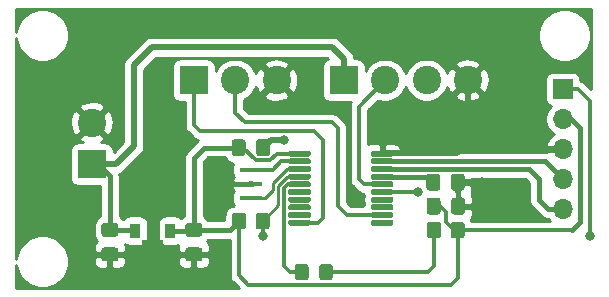
<source format=gbr>
%TF.GenerationSoftware,KiCad,Pcbnew,(5.1.9)-1*%
%TF.CreationDate,2021-07-20T15:51:08-07:00*%
%TF.ProjectId,Wie to serial,57696520-746f-4207-9365-7269616c2e6b,rev?*%
%TF.SameCoordinates,Original*%
%TF.FileFunction,Copper,L1,Top*%
%TF.FilePolarity,Positive*%
%FSLAX46Y46*%
G04 Gerber Fmt 4.6, Leading zero omitted, Abs format (unit mm)*
G04 Created by KiCad (PCBNEW (5.1.9)-1) date 2021-07-20 15:51:08*
%MOMM*%
%LPD*%
G01*
G04 APERTURE LIST*
%TA.AperFunction,ComponentPad*%
%ADD10R,2.400000X2.400000*%
%TD*%
%TA.AperFunction,ComponentPad*%
%ADD11C,2.400000*%
%TD*%
%TA.AperFunction,ComponentPad*%
%ADD12R,1.700000X1.700000*%
%TD*%
%TA.AperFunction,ComponentPad*%
%ADD13O,1.700000X1.700000*%
%TD*%
%TA.AperFunction,SMDPad,CuDef*%
%ADD14R,0.900000X1.300000*%
%TD*%
%TA.AperFunction,SMDPad,CuDef*%
%ADD15C,0.100000*%
%TD*%
%TA.AperFunction,SMDPad,CuDef*%
%ADD16R,1.900000X0.400000*%
%TD*%
%TA.AperFunction,ViaPad*%
%ADD17C,0.800000*%
%TD*%
%TA.AperFunction,Conductor*%
%ADD18C,0.381000*%
%TD*%
%TA.AperFunction,Conductor*%
%ADD19C,0.508000*%
%TD*%
%TA.AperFunction,Conductor*%
%ADD20C,0.250000*%
%TD*%
%TA.AperFunction,Conductor*%
%ADD21C,0.304800*%
%TD*%
%TA.AperFunction,Conductor*%
%ADD22C,0.254000*%
%TD*%
%TA.AperFunction,Conductor*%
%ADD23C,0.100000*%
%TD*%
G04 APERTURE END LIST*
%TO.P,U2,1*%
%TO.N,+5V*%
%TA.AperFunction,SMDPad,CuDef*%
G36*
G01*
X148712000Y-83052000D02*
X148712000Y-82802000D01*
G75*
G02*
X148837000Y-82677000I125000J0D01*
G01*
X150487000Y-82677000D01*
G75*
G02*
X150612000Y-82802000I0J-125000D01*
G01*
X150612000Y-83052000D01*
G75*
G02*
X150487000Y-83177000I-125000J0D01*
G01*
X148837000Y-83177000D01*
G75*
G02*
X148712000Y-83052000I0J125000D01*
G01*
G37*
%TD.AperFunction*%
%TO.P,U2,2*%
%TO.N,Net-(U2-Pad2)*%
%TA.AperFunction,SMDPad,CuDef*%
G36*
G01*
X148712000Y-83702000D02*
X148712000Y-83452000D01*
G75*
G02*
X148837000Y-83327000I125000J0D01*
G01*
X150487000Y-83327000D01*
G75*
G02*
X150612000Y-83452000I0J-125000D01*
G01*
X150612000Y-83702000D01*
G75*
G02*
X150487000Y-83827000I-125000J0D01*
G01*
X148837000Y-83827000D01*
G75*
G02*
X148712000Y-83702000I0J125000D01*
G01*
G37*
%TD.AperFunction*%
%TO.P,U2,3*%
%TO.N,Net-(U2-Pad3)*%
%TA.AperFunction,SMDPad,CuDef*%
G36*
G01*
X148712000Y-84352000D02*
X148712000Y-84102000D01*
G75*
G02*
X148837000Y-83977000I125000J0D01*
G01*
X150487000Y-83977000D01*
G75*
G02*
X150612000Y-84102000I0J-125000D01*
G01*
X150612000Y-84352000D01*
G75*
G02*
X150487000Y-84477000I-125000J0D01*
G01*
X148837000Y-84477000D01*
G75*
G02*
X148712000Y-84352000I0J125000D01*
G01*
G37*
%TD.AperFunction*%
%TO.P,U2,4*%
%TO.N,MCLR*%
%TA.AperFunction,SMDPad,CuDef*%
G36*
G01*
X148712000Y-85002000D02*
X148712000Y-84752000D01*
G75*
G02*
X148837000Y-84627000I125000J0D01*
G01*
X150487000Y-84627000D01*
G75*
G02*
X150612000Y-84752000I0J-125000D01*
G01*
X150612000Y-85002000D01*
G75*
G02*
X150487000Y-85127000I-125000J0D01*
G01*
X148837000Y-85127000D01*
G75*
G02*
X148712000Y-85002000I0J125000D01*
G01*
G37*
%TD.AperFunction*%
%TO.P,U2,5*%
%TO.N,LED*%
%TA.AperFunction,SMDPad,CuDef*%
G36*
G01*
X148712000Y-85652000D02*
X148712000Y-85402000D01*
G75*
G02*
X148837000Y-85277000I125000J0D01*
G01*
X150487000Y-85277000D01*
G75*
G02*
X150612000Y-85402000I0J-125000D01*
G01*
X150612000Y-85652000D01*
G75*
G02*
X150487000Y-85777000I-125000J0D01*
G01*
X148837000Y-85777000D01*
G75*
G02*
X148712000Y-85652000I0J125000D01*
G01*
G37*
%TD.AperFunction*%
%TO.P,U2,6*%
%TO.N,Net-(U2-Pad6)*%
%TA.AperFunction,SMDPad,CuDef*%
G36*
G01*
X148712000Y-86302000D02*
X148712000Y-86052000D01*
G75*
G02*
X148837000Y-85927000I125000J0D01*
G01*
X150487000Y-85927000D01*
G75*
G02*
X150612000Y-86052000I0J-125000D01*
G01*
X150612000Y-86302000D01*
G75*
G02*
X150487000Y-86427000I-125000J0D01*
G01*
X148837000Y-86427000D01*
G75*
G02*
X148712000Y-86302000I0J125000D01*
G01*
G37*
%TD.AperFunction*%
%TO.P,U2,7*%
%TO.N,Net-(U2-Pad7)*%
%TA.AperFunction,SMDPad,CuDef*%
G36*
G01*
X148712000Y-86952000D02*
X148712000Y-86702000D01*
G75*
G02*
X148837000Y-86577000I125000J0D01*
G01*
X150487000Y-86577000D01*
G75*
G02*
X150612000Y-86702000I0J-125000D01*
G01*
X150612000Y-86952000D01*
G75*
G02*
X150487000Y-87077000I-125000J0D01*
G01*
X148837000Y-87077000D01*
G75*
G02*
X148712000Y-86952000I0J125000D01*
G01*
G37*
%TD.AperFunction*%
%TO.P,U2,8*%
%TO.N,Net-(U2-Pad8)*%
%TA.AperFunction,SMDPad,CuDef*%
G36*
G01*
X148712000Y-87602000D02*
X148712000Y-87352000D01*
G75*
G02*
X148837000Y-87227000I125000J0D01*
G01*
X150487000Y-87227000D01*
G75*
G02*
X150612000Y-87352000I0J-125000D01*
G01*
X150612000Y-87602000D01*
G75*
G02*
X150487000Y-87727000I-125000J0D01*
G01*
X148837000Y-87727000D01*
G75*
G02*
X148712000Y-87602000I0J125000D01*
G01*
G37*
%TD.AperFunction*%
%TO.P,U2,9*%
%TO.N,Net-(U2-Pad9)*%
%TA.AperFunction,SMDPad,CuDef*%
G36*
G01*
X148712000Y-88252000D02*
X148712000Y-88002000D01*
G75*
G02*
X148837000Y-87877000I125000J0D01*
G01*
X150487000Y-87877000D01*
G75*
G02*
X150612000Y-88002000I0J-125000D01*
G01*
X150612000Y-88252000D01*
G75*
G02*
X150487000Y-88377000I-125000J0D01*
G01*
X148837000Y-88377000D01*
G75*
G02*
X148712000Y-88252000I0J125000D01*
G01*
G37*
%TD.AperFunction*%
%TO.P,U2,10*%
%TO.N,TXD*%
%TA.AperFunction,SMDPad,CuDef*%
G36*
G01*
X148712000Y-88902000D02*
X148712000Y-88652000D01*
G75*
G02*
X148837000Y-88527000I125000J0D01*
G01*
X150487000Y-88527000D01*
G75*
G02*
X150612000Y-88652000I0J-125000D01*
G01*
X150612000Y-88902000D01*
G75*
G02*
X150487000Y-89027000I-125000J0D01*
G01*
X148837000Y-89027000D01*
G75*
G02*
X148712000Y-88902000I0J125000D01*
G01*
G37*
%TD.AperFunction*%
%TO.P,U2,11*%
%TO.N,Net-(U2-Pad11)*%
%TA.AperFunction,SMDPad,CuDef*%
G36*
G01*
X155712000Y-88902000D02*
X155712000Y-88652000D01*
G75*
G02*
X155837000Y-88527000I125000J0D01*
G01*
X157487000Y-88527000D01*
G75*
G02*
X157612000Y-88652000I0J-125000D01*
G01*
X157612000Y-88902000D01*
G75*
G02*
X157487000Y-89027000I-125000J0D01*
G01*
X155837000Y-89027000D01*
G75*
G02*
X155712000Y-88902000I0J125000D01*
G01*
G37*
%TD.AperFunction*%
%TO.P,U2,12*%
%TO.N,RXD*%
%TA.AperFunction,SMDPad,CuDef*%
G36*
G01*
X155712000Y-88252000D02*
X155712000Y-88002000D01*
G75*
G02*
X155837000Y-87877000I125000J0D01*
G01*
X157487000Y-87877000D01*
G75*
G02*
X157612000Y-88002000I0J-125000D01*
G01*
X157612000Y-88252000D01*
G75*
G02*
X157487000Y-88377000I-125000J0D01*
G01*
X155837000Y-88377000D01*
G75*
G02*
X155712000Y-88252000I0J125000D01*
G01*
G37*
%TD.AperFunction*%
%TO.P,U2,13*%
%TO.N,Net-(U2-Pad13)*%
%TA.AperFunction,SMDPad,CuDef*%
G36*
G01*
X155712000Y-87602000D02*
X155712000Y-87352000D01*
G75*
G02*
X155837000Y-87227000I125000J0D01*
G01*
X157487000Y-87227000D01*
G75*
G02*
X157612000Y-87352000I0J-125000D01*
G01*
X157612000Y-87602000D01*
G75*
G02*
X157487000Y-87727000I-125000J0D01*
G01*
X155837000Y-87727000D01*
G75*
G02*
X155712000Y-87602000I0J125000D01*
G01*
G37*
%TD.AperFunction*%
%TO.P,U2,14*%
%TO.N,Net-(U2-Pad14)*%
%TA.AperFunction,SMDPad,CuDef*%
G36*
G01*
X155712000Y-86952000D02*
X155712000Y-86702000D01*
G75*
G02*
X155837000Y-86577000I125000J0D01*
G01*
X157487000Y-86577000D01*
G75*
G02*
X157612000Y-86702000I0J-125000D01*
G01*
X157612000Y-86952000D01*
G75*
G02*
X157487000Y-87077000I-125000J0D01*
G01*
X155837000Y-87077000D01*
G75*
G02*
X155712000Y-86952000I0J125000D01*
G01*
G37*
%TD.AperFunction*%
%TO.P,U2,15*%
%TO.N,D1*%
%TA.AperFunction,SMDPad,CuDef*%
G36*
G01*
X155712000Y-86302000D02*
X155712000Y-86052000D01*
G75*
G02*
X155837000Y-85927000I125000J0D01*
G01*
X157487000Y-85927000D01*
G75*
G02*
X157612000Y-86052000I0J-125000D01*
G01*
X157612000Y-86302000D01*
G75*
G02*
X157487000Y-86427000I-125000J0D01*
G01*
X155837000Y-86427000D01*
G75*
G02*
X155712000Y-86302000I0J125000D01*
G01*
G37*
%TD.AperFunction*%
%TO.P,U2,16*%
%TO.N,D0*%
%TA.AperFunction,SMDPad,CuDef*%
G36*
G01*
X155712000Y-85652000D02*
X155712000Y-85402000D01*
G75*
G02*
X155837000Y-85277000I125000J0D01*
G01*
X157487000Y-85277000D01*
G75*
G02*
X157612000Y-85402000I0J-125000D01*
G01*
X157612000Y-85652000D01*
G75*
G02*
X157487000Y-85777000I-125000J0D01*
G01*
X155837000Y-85777000D01*
G75*
G02*
X155712000Y-85652000I0J125000D01*
G01*
G37*
%TD.AperFunction*%
%TO.P,U2,17*%
%TO.N,Net-(C3-Pad1)*%
%TA.AperFunction,SMDPad,CuDef*%
G36*
G01*
X155712000Y-85002000D02*
X155712000Y-84752000D01*
G75*
G02*
X155837000Y-84627000I125000J0D01*
G01*
X157487000Y-84627000D01*
G75*
G02*
X157612000Y-84752000I0J-125000D01*
G01*
X157612000Y-85002000D01*
G75*
G02*
X157487000Y-85127000I-125000J0D01*
G01*
X155837000Y-85127000D01*
G75*
G02*
X155712000Y-85002000I0J125000D01*
G01*
G37*
%TD.AperFunction*%
%TO.P,U2,18*%
%TO.N,PGC*%
%TA.AperFunction,SMDPad,CuDef*%
G36*
G01*
X155712000Y-84352000D02*
X155712000Y-84102000D01*
G75*
G02*
X155837000Y-83977000I125000J0D01*
G01*
X157487000Y-83977000D01*
G75*
G02*
X157612000Y-84102000I0J-125000D01*
G01*
X157612000Y-84352000D01*
G75*
G02*
X157487000Y-84477000I-125000J0D01*
G01*
X155837000Y-84477000D01*
G75*
G02*
X155712000Y-84352000I0J125000D01*
G01*
G37*
%TD.AperFunction*%
%TO.P,U2,19*%
%TO.N,PGD*%
%TA.AperFunction,SMDPad,CuDef*%
G36*
G01*
X155712000Y-83702000D02*
X155712000Y-83452000D01*
G75*
G02*
X155837000Y-83327000I125000J0D01*
G01*
X157487000Y-83327000D01*
G75*
G02*
X157612000Y-83452000I0J-125000D01*
G01*
X157612000Y-83702000D01*
G75*
G02*
X157487000Y-83827000I-125000J0D01*
G01*
X155837000Y-83827000D01*
G75*
G02*
X155712000Y-83702000I0J125000D01*
G01*
G37*
%TD.AperFunction*%
%TO.P,U2,20*%
%TO.N,GND*%
%TA.AperFunction,SMDPad,CuDef*%
G36*
G01*
X155712000Y-83052000D02*
X155712000Y-82802000D01*
G75*
G02*
X155837000Y-82677000I125000J0D01*
G01*
X157487000Y-82677000D01*
G75*
G02*
X157612000Y-82802000I0J-125000D01*
G01*
X157612000Y-83052000D01*
G75*
G02*
X157487000Y-83177000I-125000J0D01*
G01*
X155837000Y-83177000D01*
G75*
G02*
X155712000Y-83052000I0J125000D01*
G01*
G37*
%TD.AperFunction*%
%TD*%
%TO.P,C3,1*%
%TO.N,Net-(C3-Pad1)*%
%TA.AperFunction,SMDPad,CuDef*%
G36*
G01*
X160405500Y-85819000D02*
X160405500Y-84869000D01*
G75*
G02*
X160655500Y-84619000I250000J0D01*
G01*
X161330500Y-84619000D01*
G75*
G02*
X161580500Y-84869000I0J-250000D01*
G01*
X161580500Y-85819000D01*
G75*
G02*
X161330500Y-86069000I-250000J0D01*
G01*
X160655500Y-86069000D01*
G75*
G02*
X160405500Y-85819000I0J250000D01*
G01*
G37*
%TD.AperFunction*%
%TO.P,C3,2*%
%TO.N,GND*%
%TA.AperFunction,SMDPad,CuDef*%
G36*
G01*
X162480500Y-85819000D02*
X162480500Y-84869000D01*
G75*
G02*
X162730500Y-84619000I250000J0D01*
G01*
X163405500Y-84619000D01*
G75*
G02*
X163655500Y-84869000I0J-250000D01*
G01*
X163655500Y-85819000D01*
G75*
G02*
X163405500Y-86069000I-250000J0D01*
G01*
X162730500Y-86069000D01*
G75*
G02*
X162480500Y-85819000I0J250000D01*
G01*
G37*
%TD.AperFunction*%
%TD*%
%TO.P,C1,1*%
%TO.N,+12V*%
%TA.AperFunction,SMDPad,CuDef*%
G36*
G01*
X133129000Y-88799000D02*
X134079000Y-88799000D01*
G75*
G02*
X134329000Y-89049000I0J-250000D01*
G01*
X134329000Y-89724000D01*
G75*
G02*
X134079000Y-89974000I-250000J0D01*
G01*
X133129000Y-89974000D01*
G75*
G02*
X132879000Y-89724000I0J250000D01*
G01*
X132879000Y-89049000D01*
G75*
G02*
X133129000Y-88799000I250000J0D01*
G01*
G37*
%TD.AperFunction*%
%TO.P,C1,2*%
%TO.N,GND*%
%TA.AperFunction,SMDPad,CuDef*%
G36*
G01*
X133129000Y-90874000D02*
X134079000Y-90874000D01*
G75*
G02*
X134329000Y-91124000I0J-250000D01*
G01*
X134329000Y-91799000D01*
G75*
G02*
X134079000Y-92049000I-250000J0D01*
G01*
X133129000Y-92049000D01*
G75*
G02*
X132879000Y-91799000I0J250000D01*
G01*
X132879000Y-91124000D01*
G75*
G02*
X133129000Y-90874000I250000J0D01*
G01*
G37*
%TD.AperFunction*%
%TD*%
%TO.P,C2,2*%
%TO.N,GND*%
%TA.AperFunction,SMDPad,CuDef*%
G36*
G01*
X140241000Y-90874000D02*
X141191000Y-90874000D01*
G75*
G02*
X141441000Y-91124000I0J-250000D01*
G01*
X141441000Y-91799000D01*
G75*
G02*
X141191000Y-92049000I-250000J0D01*
G01*
X140241000Y-92049000D01*
G75*
G02*
X139991000Y-91799000I0J250000D01*
G01*
X139991000Y-91124000D01*
G75*
G02*
X140241000Y-90874000I250000J0D01*
G01*
G37*
%TD.AperFunction*%
%TO.P,C2,1*%
%TO.N,+5V*%
%TA.AperFunction,SMDPad,CuDef*%
G36*
G01*
X140241000Y-88799000D02*
X141191000Y-88799000D01*
G75*
G02*
X141441000Y-89049000I0J-250000D01*
G01*
X141441000Y-89724000D01*
G75*
G02*
X141191000Y-89974000I-250000J0D01*
G01*
X140241000Y-89974000D01*
G75*
G02*
X139991000Y-89724000I0J250000D01*
G01*
X139991000Y-89049000D01*
G75*
G02*
X140241000Y-88799000I250000J0D01*
G01*
G37*
%TD.AperFunction*%
%TD*%
%TO.P,C4,1*%
%TO.N,+5V*%
%TA.AperFunction,SMDPad,CuDef*%
G36*
G01*
X143917000Y-82898000D02*
X143917000Y-81948000D01*
G75*
G02*
X144167000Y-81698000I250000J0D01*
G01*
X144842000Y-81698000D01*
G75*
G02*
X145092000Y-81948000I0J-250000D01*
G01*
X145092000Y-82898000D01*
G75*
G02*
X144842000Y-83148000I-250000J0D01*
G01*
X144167000Y-83148000D01*
G75*
G02*
X143917000Y-82898000I0J250000D01*
G01*
G37*
%TD.AperFunction*%
%TO.P,C4,2*%
%TO.N,GND*%
%TA.AperFunction,SMDPad,CuDef*%
G36*
G01*
X145992000Y-82898000D02*
X145992000Y-81948000D01*
G75*
G02*
X146242000Y-81698000I250000J0D01*
G01*
X146917000Y-81698000D01*
G75*
G02*
X147167000Y-81948000I0J-250000D01*
G01*
X147167000Y-82898000D01*
G75*
G02*
X146917000Y-83148000I-250000J0D01*
G01*
X146242000Y-83148000D01*
G75*
G02*
X145992000Y-82898000I0J250000D01*
G01*
G37*
%TD.AperFunction*%
%TD*%
%TO.P,C5,2*%
%TO.N,GND*%
%TA.AperFunction,SMDPad,CuDef*%
G36*
G01*
X162502000Y-87851000D02*
X162502000Y-86901000D01*
G75*
G02*
X162752000Y-86651000I250000J0D01*
G01*
X163427000Y-86651000D01*
G75*
G02*
X163677000Y-86901000I0J-250000D01*
G01*
X163677000Y-87851000D01*
G75*
G02*
X163427000Y-88101000I-250000J0D01*
G01*
X162752000Y-88101000D01*
G75*
G02*
X162502000Y-87851000I0J250000D01*
G01*
G37*
%TD.AperFunction*%
%TO.P,C5,1*%
%TO.N,+5V*%
%TA.AperFunction,SMDPad,CuDef*%
G36*
G01*
X160427000Y-87851000D02*
X160427000Y-86901000D01*
G75*
G02*
X160677000Y-86651000I250000J0D01*
G01*
X161352000Y-86651000D01*
G75*
G02*
X161602000Y-86901000I0J-250000D01*
G01*
X161602000Y-87851000D01*
G75*
G02*
X161352000Y-88101000I-250000J0D01*
G01*
X160677000Y-88101000D01*
G75*
G02*
X160427000Y-87851000I0J250000D01*
G01*
G37*
%TD.AperFunction*%
%TD*%
%TO.P,D1,1*%
%TO.N,LED*%
%TA.AperFunction,SMDPad,CuDef*%
G36*
G01*
X149276000Y-93414001D02*
X149276000Y-92513999D01*
G75*
G02*
X149525999Y-92264000I249999J0D01*
G01*
X150176001Y-92264000D01*
G75*
G02*
X150426000Y-92513999I0J-249999D01*
G01*
X150426000Y-93414001D01*
G75*
G02*
X150176001Y-93664000I-249999J0D01*
G01*
X149525999Y-93664000D01*
G75*
G02*
X149276000Y-93414001I0J249999D01*
G01*
G37*
%TD.AperFunction*%
%TO.P,D1,2*%
%TO.N,Net-(D1-Pad2)*%
%TA.AperFunction,SMDPad,CuDef*%
G36*
G01*
X151326000Y-93414001D02*
X151326000Y-92513999D01*
G75*
G02*
X151575999Y-92264000I249999J0D01*
G01*
X152226001Y-92264000D01*
G75*
G02*
X152476000Y-92513999I0J-249999D01*
G01*
X152476000Y-93414001D01*
G75*
G02*
X152226001Y-93664000I-249999J0D01*
G01*
X151575999Y-93664000D01*
G75*
G02*
X151326000Y-93414001I0J249999D01*
G01*
G37*
%TD.AperFunction*%
%TD*%
D10*
%TO.P,J1,1*%
%TO.N,+12V*%
X132080000Y-83820000D03*
D11*
%TO.P,J1,2*%
%TO.N,GND*%
X132080000Y-80320000D03*
%TD*%
D10*
%TO.P,J2,1*%
%TO.N,+12V*%
X153416000Y-76708000D03*
D11*
%TO.P,J2,2*%
%TO.N,D0*%
X156916000Y-76708000D03*
%TO.P,J2,3*%
%TO.N,D1*%
X160416000Y-76708000D03*
%TO.P,J2,4*%
%TO.N,GND*%
X163916000Y-76708000D03*
%TD*%
D10*
%TO.P,J3,1*%
%TO.N,TXD*%
X140716000Y-76708000D03*
D11*
%TO.P,J3,2*%
%TO.N,RXD*%
X144216000Y-76708000D03*
%TO.P,J3,3*%
%TO.N,GND*%
X147716000Y-76708000D03*
%TD*%
D12*
%TO.P,J4,1*%
%TO.N,MCLR*%
X171958000Y-77470000D03*
D13*
%TO.P,J4,2*%
%TO.N,+5V*%
X171958000Y-80010000D03*
%TO.P,J4,3*%
%TO.N,GND*%
X171958000Y-82550000D03*
%TO.P,J4,4*%
%TO.N,PGD*%
X171958000Y-85090000D03*
%TO.P,J4,5*%
%TO.N,PGC*%
X171958000Y-87630000D03*
%TD*%
%TO.P,R1,2*%
%TO.N,MCLR*%
%TA.AperFunction,SMDPad,CuDef*%
G36*
G01*
X145942000Y-89096001D02*
X145942000Y-88195999D01*
G75*
G02*
X146191999Y-87946000I249999J0D01*
G01*
X146892001Y-87946000D01*
G75*
G02*
X147142000Y-88195999I0J-249999D01*
G01*
X147142000Y-89096001D01*
G75*
G02*
X146892001Y-89346000I-249999J0D01*
G01*
X146191999Y-89346000D01*
G75*
G02*
X145942000Y-89096001I0J249999D01*
G01*
G37*
%TD.AperFunction*%
%TO.P,R1,1*%
%TO.N,+5V*%
%TA.AperFunction,SMDPad,CuDef*%
G36*
G01*
X143942000Y-89096001D02*
X143942000Y-88195999D01*
G75*
G02*
X144191999Y-87946000I249999J0D01*
G01*
X144892001Y-87946000D01*
G75*
G02*
X145142000Y-88195999I0J-249999D01*
G01*
X145142000Y-89096001D01*
G75*
G02*
X144892001Y-89346000I-249999J0D01*
G01*
X144191999Y-89346000D01*
G75*
G02*
X143942000Y-89096001I0J249999D01*
G01*
G37*
%TD.AperFunction*%
%TD*%
%TO.P,R2,1*%
%TO.N,+5V*%
%TA.AperFunction,SMDPad,CuDef*%
G36*
G01*
X163652000Y-88957999D02*
X163652000Y-89858001D01*
G75*
G02*
X163402001Y-90108000I-249999J0D01*
G01*
X162701999Y-90108000D01*
G75*
G02*
X162452000Y-89858001I0J249999D01*
G01*
X162452000Y-88957999D01*
G75*
G02*
X162701999Y-88708000I249999J0D01*
G01*
X163402001Y-88708000D01*
G75*
G02*
X163652000Y-88957999I0J-249999D01*
G01*
G37*
%TD.AperFunction*%
%TO.P,R2,2*%
%TO.N,Net-(D1-Pad2)*%
%TA.AperFunction,SMDPad,CuDef*%
G36*
G01*
X161652000Y-88957999D02*
X161652000Y-89858001D01*
G75*
G02*
X161402001Y-90108000I-249999J0D01*
G01*
X160701999Y-90108000D01*
G75*
G02*
X160452000Y-89858001I0J249999D01*
G01*
X160452000Y-88957999D01*
G75*
G02*
X160701999Y-88708000I249999J0D01*
G01*
X161402001Y-88708000D01*
G75*
G02*
X161652000Y-88957999I0J-249999D01*
G01*
G37*
%TD.AperFunction*%
%TD*%
D14*
%TO.P,U1,1*%
%TO.N,+5V*%
X138731199Y-89445801D03*
%TO.P,U1,3*%
%TO.N,+12V*%
X135731199Y-89445801D03*
%TA.AperFunction,SMDPad,CuDef*%
D15*
%TO.P,U1,2*%
%TO.N,GND*%
G36*
X136364699Y-93395801D02*
G01*
X136364699Y-90270801D01*
X136781199Y-90270801D01*
X136781199Y-88795801D01*
X137681199Y-88795801D01*
X137681199Y-90270801D01*
X138097699Y-90270801D01*
X138097699Y-93395801D01*
X136364699Y-93395801D01*
G37*
%TD.AperFunction*%
%TD*%
D16*
%TO.P,Y2,1*%
%TO.N,Net-(U2-Pad3)*%
X145542000Y-86671000D03*
%TO.P,Y2,2*%
%TO.N,GND*%
X145542000Y-85471000D03*
%TO.P,Y2,3*%
%TO.N,Net-(U2-Pad2)*%
X145542000Y-84271000D03*
%TD*%
D17*
%TO.N,MCLR*%
X174244000Y-89916000D03*
X146558000Y-89916000D03*
%TO.N,D1*%
X159695000Y-86177000D03*
%TO.N,GND*%
X143383000Y-85471000D03*
X165100000Y-85344000D03*
X148336000Y-81788000D03*
X165100000Y-82550000D03*
%TD*%
D18*
%TO.N,+12V*%
X132080000Y-83820000D02*
X132588000Y-83820000D01*
X133604000Y-84836000D02*
X133604000Y-89386500D01*
X132588000Y-83820000D02*
X133604000Y-84836000D01*
X135671898Y-89386500D02*
X135731199Y-89445801D01*
X133604000Y-89386500D02*
X135671898Y-89386500D01*
D19*
X153416000Y-76708000D02*
X153416000Y-74930000D01*
X153416000Y-74930000D02*
X152400000Y-73914000D01*
X152400000Y-73914000D02*
X137160000Y-73914000D01*
X137160000Y-73914000D02*
X135636000Y-75438000D01*
X135636000Y-75438000D02*
X135636000Y-82296000D01*
X134112000Y-83820000D02*
X132080000Y-83820000D01*
X135636000Y-82296000D02*
X134112000Y-83820000D01*
D20*
%TO.N,MCLR*%
X148632651Y-84877000D02*
X149662000Y-84877000D01*
X147882180Y-85627471D02*
X148632651Y-84877000D01*
X147882180Y-87305820D02*
X147882180Y-85627471D01*
X146542000Y-88646000D02*
X147882180Y-87305820D01*
D21*
X173228000Y-77470000D02*
X174244000Y-78486000D01*
X171958000Y-77470000D02*
X173228000Y-77470000D01*
X174244000Y-81026000D02*
X174244000Y-89916000D01*
X174244000Y-78486000D02*
X174244000Y-81026000D01*
X146558000Y-88662000D02*
X146542000Y-88646000D01*
X146558000Y-89916000D02*
X146558000Y-88662000D01*
D18*
%TO.N,+5V*%
X140656699Y-89445801D02*
X140716000Y-89386500D01*
X138731199Y-89445801D02*
X140656699Y-89445801D01*
X140716000Y-89386500D02*
X140716000Y-83312000D01*
X141605000Y-82423000D02*
X144504500Y-82423000D01*
X140716000Y-83312000D02*
X141605000Y-82423000D01*
D21*
X147739940Y-82927000D02*
X149662000Y-82927000D01*
X147166530Y-83500410D02*
X147739940Y-82927000D01*
X145992470Y-83500410D02*
X147166530Y-83500410D01*
X144915060Y-82423000D02*
X145992470Y-83500410D01*
X144504500Y-82423000D02*
X144915060Y-82423000D01*
D18*
X143801500Y-89386500D02*
X144542000Y-88646000D01*
X140716000Y-89386500D02*
X143801500Y-89386500D01*
D21*
X161052000Y-87413500D02*
X161014500Y-87376000D01*
X163052000Y-89408000D02*
X163052000Y-93488000D01*
X162523590Y-94016410D02*
X145324410Y-94016410D01*
X163052000Y-93488000D02*
X162523590Y-94016410D01*
X144542000Y-93234000D02*
X144542000Y-88646000D01*
X145324410Y-94016410D02*
X144542000Y-93234000D01*
X161014500Y-87376000D02*
X161020000Y-87376000D01*
X161544000Y-87376000D02*
X161014500Y-87376000D01*
X162052000Y-87884000D02*
X161544000Y-87376000D01*
X162052000Y-88756060D02*
X162052000Y-87884000D01*
X162703940Y-89408000D02*
X162052000Y-88756060D01*
X163052000Y-89408000D02*
X162703940Y-89408000D01*
X172720000Y-89408000D02*
X163052000Y-89408000D01*
D18*
X171958000Y-80010000D02*
X172656500Y-80010000D01*
X172656500Y-80010000D02*
X173418500Y-80772000D01*
X173418500Y-88709500D02*
X172720000Y-89408000D01*
X173418500Y-80772000D02*
X173418500Y-88709500D01*
%TO.N,Net-(C3-Pad1)*%
X160526000Y-84877000D02*
X160993000Y-85344000D01*
X156662000Y-84877000D02*
X160526000Y-84877000D01*
D21*
%TO.N,LED*%
X148359590Y-85825220D02*
X148359590Y-92479590D01*
X148657810Y-85527000D02*
X148359590Y-85825220D01*
X149662000Y-85527000D02*
X148657810Y-85527000D01*
X148844000Y-92964000D02*
X149851000Y-92964000D01*
X148359590Y-92479590D02*
X148844000Y-92964000D01*
%TO.N,Net-(D1-Pad2)*%
X151901000Y-92964000D02*
X160528000Y-92964000D01*
X161052000Y-92440000D02*
X161052000Y-89408000D01*
X160528000Y-92964000D02*
X161052000Y-92440000D01*
%TO.N,D0*%
X156662000Y-85527000D02*
X155123000Y-85527000D01*
X155123000Y-85527000D02*
X154686000Y-85090000D01*
X154686000Y-78938000D02*
X156916000Y-76708000D01*
X154686000Y-85090000D02*
X154686000Y-78938000D01*
%TO.N,D1*%
X156662000Y-86177000D02*
X159695000Y-86177000D01*
%TO.N,TXD*%
X151253000Y-88777000D02*
X149662000Y-88777000D01*
X151638000Y-88392000D02*
X151253000Y-88777000D01*
X151638000Y-81788000D02*
X151638000Y-88392000D01*
X150876000Y-81026000D02*
X151638000Y-81788000D01*
X141224000Y-81026000D02*
X150876000Y-81026000D01*
X140716000Y-80518000D02*
X141224000Y-81026000D01*
X140716000Y-76708000D02*
X140716000Y-80518000D01*
%TO.N,RXD*%
X144216000Y-76708000D02*
X144216000Y-79446000D01*
X144216000Y-79446000D02*
X145034000Y-80264000D01*
X145034000Y-80264000D02*
X152400000Y-80264000D01*
X152400000Y-80264000D02*
X152908000Y-80772000D01*
X152908000Y-80772000D02*
X152908000Y-87376000D01*
X153659000Y-88127000D02*
X156662000Y-88127000D01*
X152908000Y-87376000D02*
X153659000Y-88127000D01*
D18*
%TO.N,PGD*%
X170445000Y-83577000D02*
X171958000Y-85090000D01*
X156662000Y-83577000D02*
X170445000Y-83577000D01*
%TO.N,PGC*%
X156662000Y-84227000D02*
X169063000Y-84227000D01*
X169063000Y-84227000D02*
X169926000Y-85090000D01*
X169926000Y-85090000D02*
X169926000Y-86868000D01*
X170688000Y-87630000D02*
X171958000Y-87630000D01*
X169926000Y-86868000D02*
X170688000Y-87630000D01*
D21*
%TO.N,Net-(U2-Pad2)*%
X145542000Y-84271000D02*
X147377000Y-84271000D01*
X148071000Y-83577000D02*
X149662000Y-83577000D01*
X147377000Y-84271000D02*
X148071000Y-83577000D01*
D20*
%TO.N,Net-(U2-Pad3)*%
X148646241Y-84227000D02*
X149662000Y-84227000D01*
X147432171Y-85441070D02*
X148646241Y-84227000D01*
X146755000Y-86671000D02*
X147432170Y-85993830D01*
X147432170Y-85993830D02*
X147432171Y-85441070D01*
X145542000Y-86671000D02*
X146755000Y-86671000D01*
D21*
%TO.N,GND*%
X145542000Y-85471000D02*
X143383000Y-85471000D01*
D19*
X163068000Y-85344000D02*
X165100000Y-85344000D01*
X147214500Y-81788000D02*
X148336000Y-81788000D01*
X146579500Y-82423000D02*
X147214500Y-81788000D01*
X165100000Y-82550000D02*
X171958000Y-82550000D01*
X163916000Y-76708000D02*
X163916000Y-81956000D01*
X162999010Y-82872990D02*
X156662000Y-82872990D01*
X163916000Y-81956000D02*
X162999010Y-82872990D01*
%TD*%
D22*
%TO.N,GND*%
X174340001Y-77468450D02*
X173812128Y-76940577D01*
X173787469Y-76910531D01*
X173667572Y-76812134D01*
X173530783Y-76739018D01*
X173446072Y-76713322D01*
X173446072Y-76620000D01*
X173433812Y-76495518D01*
X173397502Y-76375820D01*
X173338537Y-76265506D01*
X173259185Y-76168815D01*
X173162494Y-76089463D01*
X173052180Y-76030498D01*
X172932482Y-75994188D01*
X172808000Y-75981928D01*
X171108000Y-75981928D01*
X170983518Y-75994188D01*
X170863820Y-76030498D01*
X170753506Y-76089463D01*
X170656815Y-76168815D01*
X170577463Y-76265506D01*
X170518498Y-76375820D01*
X170482188Y-76495518D01*
X170469928Y-76620000D01*
X170469928Y-78320000D01*
X170482188Y-78444482D01*
X170518498Y-78564180D01*
X170577463Y-78674494D01*
X170656815Y-78771185D01*
X170753506Y-78850537D01*
X170863820Y-78909502D01*
X170936380Y-78931513D01*
X170804525Y-79063368D01*
X170642010Y-79306589D01*
X170530068Y-79576842D01*
X170473000Y-79863740D01*
X170473000Y-80156260D01*
X170530068Y-80443158D01*
X170642010Y-80713411D01*
X170804525Y-80956632D01*
X171011368Y-81163475D01*
X171193534Y-81285195D01*
X171076645Y-81354822D01*
X170860412Y-81549731D01*
X170686359Y-81783080D01*
X170561175Y-82045901D01*
X170516524Y-82193110D01*
X170637845Y-82423000D01*
X171831000Y-82423000D01*
X171831000Y-82403000D01*
X172085000Y-82403000D01*
X172085000Y-82423000D01*
X172105000Y-82423000D01*
X172105000Y-82677000D01*
X172085000Y-82677000D01*
X172085000Y-82697000D01*
X171831000Y-82697000D01*
X171831000Y-82677000D01*
X170637845Y-82677000D01*
X170592947Y-82762077D01*
X170485553Y-82751500D01*
X170485550Y-82751500D01*
X170445000Y-82747506D01*
X170404450Y-82751500D01*
X158140750Y-82751500D01*
X158247000Y-82645250D01*
X158236204Y-82544691D01*
X158198397Y-82425457D01*
X158138056Y-82315890D01*
X158057499Y-82220200D01*
X157959822Y-82142065D01*
X157848778Y-82084487D01*
X157728634Y-82049678D01*
X157604009Y-82038978D01*
X156947750Y-82042000D01*
X156789000Y-82200750D01*
X156789000Y-82688928D01*
X156535000Y-82688928D01*
X156535000Y-82200750D01*
X156376250Y-82042000D01*
X155719991Y-82038978D01*
X155595366Y-82049678D01*
X155475222Y-82084487D01*
X155473400Y-82085432D01*
X155473400Y-79264150D01*
X156298951Y-78438600D01*
X156380750Y-78472482D01*
X156735268Y-78543000D01*
X157096732Y-78543000D01*
X157451250Y-78472482D01*
X157785199Y-78334156D01*
X158085744Y-78133338D01*
X158341338Y-77877744D01*
X158542156Y-77577199D01*
X158666000Y-77278213D01*
X158789844Y-77577199D01*
X158990662Y-77877744D01*
X159246256Y-78133338D01*
X159546801Y-78334156D01*
X159880750Y-78472482D01*
X160235268Y-78543000D01*
X160596732Y-78543000D01*
X160951250Y-78472482D01*
X161285199Y-78334156D01*
X161585744Y-78133338D01*
X161733102Y-77985980D01*
X162817626Y-77985980D01*
X162937514Y-78270836D01*
X163261210Y-78431699D01*
X163610069Y-78526322D01*
X163970684Y-78551067D01*
X164329198Y-78504985D01*
X164671833Y-78389846D01*
X164894486Y-78270836D01*
X165014374Y-77985980D01*
X163916000Y-76887605D01*
X162817626Y-77985980D01*
X161733102Y-77985980D01*
X161841338Y-77877744D01*
X162042156Y-77577199D01*
X162169190Y-77270511D01*
X162234154Y-77463833D01*
X162353164Y-77686486D01*
X162638020Y-77806374D01*
X163736395Y-76708000D01*
X164095605Y-76708000D01*
X165193980Y-77806374D01*
X165478836Y-77686486D01*
X165639699Y-77362790D01*
X165734322Y-77013931D01*
X165759067Y-76653316D01*
X165712985Y-76294802D01*
X165597846Y-75952167D01*
X165478836Y-75729514D01*
X165193980Y-75609626D01*
X164095605Y-76708000D01*
X163736395Y-76708000D01*
X162638020Y-75609626D01*
X162353164Y-75729514D01*
X162192301Y-76053210D01*
X162168031Y-76142690D01*
X162042156Y-75838801D01*
X161841338Y-75538256D01*
X161733102Y-75430020D01*
X162817626Y-75430020D01*
X163916000Y-76528395D01*
X165014374Y-75430020D01*
X164894486Y-75145164D01*
X164570790Y-74984301D01*
X164221931Y-74889678D01*
X163861316Y-74864933D01*
X163502802Y-74911015D01*
X163160167Y-75026154D01*
X162937514Y-75145164D01*
X162817626Y-75430020D01*
X161733102Y-75430020D01*
X161585744Y-75282662D01*
X161285199Y-75081844D01*
X160951250Y-74943518D01*
X160596732Y-74873000D01*
X160235268Y-74873000D01*
X159880750Y-74943518D01*
X159546801Y-75081844D01*
X159246256Y-75282662D01*
X158990662Y-75538256D01*
X158789844Y-75838801D01*
X158666000Y-76137787D01*
X158542156Y-75838801D01*
X158341338Y-75538256D01*
X158085744Y-75282662D01*
X157785199Y-75081844D01*
X157451250Y-74943518D01*
X157096732Y-74873000D01*
X156735268Y-74873000D01*
X156380750Y-74943518D01*
X156046801Y-75081844D01*
X155746256Y-75282662D01*
X155490662Y-75538256D01*
X155289844Y-75838801D01*
X155254072Y-75925162D01*
X155254072Y-75508000D01*
X155241812Y-75383518D01*
X155205502Y-75263820D01*
X155146537Y-75153506D01*
X155067185Y-75056815D01*
X154970494Y-74977463D01*
X154860180Y-74918498D01*
X154740482Y-74882188D01*
X154616000Y-74869928D01*
X154303384Y-74869928D01*
X154292136Y-74755726D01*
X154241303Y-74588149D01*
X154158753Y-74433709D01*
X154047659Y-74298341D01*
X154013741Y-74270505D01*
X153059499Y-73316264D01*
X153031659Y-73282341D01*
X152896291Y-73171247D01*
X152741851Y-73088697D01*
X152574274Y-73037864D01*
X152443667Y-73025000D01*
X152443660Y-73025000D01*
X152400000Y-73020700D01*
X152356340Y-73025000D01*
X137203659Y-73025000D01*
X137159999Y-73020700D01*
X137116339Y-73025000D01*
X137116333Y-73025000D01*
X137018924Y-73034594D01*
X136985724Y-73037864D01*
X136884058Y-73068704D01*
X136818149Y-73088697D01*
X136663709Y-73171247D01*
X136528341Y-73282341D01*
X136500506Y-73316259D01*
X135038264Y-74778501D01*
X135004341Y-74806341D01*
X134893247Y-74941710D01*
X134810697Y-75096150D01*
X134759864Y-75263727D01*
X134747000Y-75394334D01*
X134747000Y-75394340D01*
X134742700Y-75438000D01*
X134747000Y-75481660D01*
X134747001Y-81927763D01*
X133918072Y-82756693D01*
X133918072Y-82620000D01*
X133905812Y-82495518D01*
X133869502Y-82375820D01*
X133810537Y-82265506D01*
X133731185Y-82168815D01*
X133634494Y-82089463D01*
X133524180Y-82030498D01*
X133404482Y-81994188D01*
X133280000Y-81981928D01*
X132873097Y-81981928D01*
X133058486Y-81882836D01*
X133178374Y-81597980D01*
X132080000Y-80499605D01*
X130981626Y-81597980D01*
X131101514Y-81882836D01*
X131300912Y-81981928D01*
X130880000Y-81981928D01*
X130755518Y-81994188D01*
X130635820Y-82030498D01*
X130525506Y-82089463D01*
X130428815Y-82168815D01*
X130349463Y-82265506D01*
X130290498Y-82375820D01*
X130254188Y-82495518D01*
X130241928Y-82620000D01*
X130241928Y-85020000D01*
X130254188Y-85144482D01*
X130290498Y-85264180D01*
X130349463Y-85374494D01*
X130428815Y-85471185D01*
X130525506Y-85550537D01*
X130635820Y-85609502D01*
X130755518Y-85645812D01*
X130880000Y-85658072D01*
X132778500Y-85658072D01*
X132778501Y-88234220D01*
X132635614Y-88310595D01*
X132501038Y-88421038D01*
X132390595Y-88555614D01*
X132308528Y-88709150D01*
X132257992Y-88875746D01*
X132240928Y-89049000D01*
X132240928Y-89724000D01*
X132257992Y-89897254D01*
X132308528Y-90063850D01*
X132390595Y-90217386D01*
X132501038Y-90351962D01*
X132507594Y-90357342D01*
X132427815Y-90422815D01*
X132348463Y-90519506D01*
X132289498Y-90629820D01*
X132253188Y-90749518D01*
X132240928Y-90874000D01*
X132244000Y-91175750D01*
X132402750Y-91334500D01*
X133477000Y-91334500D01*
X133477000Y-91314500D01*
X133731000Y-91314500D01*
X133731000Y-91334500D01*
X134805250Y-91334500D01*
X134964000Y-91175750D01*
X134967072Y-90874000D01*
X134954812Y-90749518D01*
X134918502Y-90629820D01*
X134908776Y-90611624D01*
X134926705Y-90626338D01*
X135037019Y-90685303D01*
X135156717Y-90721613D01*
X135281199Y-90733873D01*
X136181199Y-90733873D01*
X136305681Y-90721613D01*
X136425379Y-90685303D01*
X136535693Y-90626338D01*
X136632384Y-90546986D01*
X136711736Y-90450295D01*
X136770701Y-90339981D01*
X136807011Y-90220283D01*
X136819271Y-90095801D01*
X136819271Y-88795801D01*
X136807011Y-88671319D01*
X136770701Y-88551621D01*
X136711736Y-88441307D01*
X136632384Y-88344616D01*
X136535693Y-88265264D01*
X136425379Y-88206299D01*
X136305681Y-88169989D01*
X136181199Y-88157729D01*
X135281199Y-88157729D01*
X135156717Y-88169989D01*
X135037019Y-88206299D01*
X134926705Y-88265264D01*
X134830014Y-88344616D01*
X134750662Y-88441307D01*
X134739987Y-88461279D01*
X134706962Y-88421038D01*
X134572386Y-88310595D01*
X134429500Y-88234221D01*
X134429500Y-84876550D01*
X134433494Y-84836000D01*
X134428861Y-84788959D01*
X134417556Y-84674174D01*
X134412594Y-84657818D01*
X134453851Y-84645303D01*
X134608291Y-84562753D01*
X134743659Y-84451659D01*
X134771499Y-84417736D01*
X136233741Y-82955494D01*
X136267659Y-82927659D01*
X136378753Y-82792291D01*
X136461303Y-82637851D01*
X136503591Y-82498444D01*
X136512136Y-82470276D01*
X136516792Y-82423000D01*
X136525000Y-82339667D01*
X136525000Y-82339661D01*
X136529300Y-82296001D01*
X136525000Y-82252341D01*
X136525000Y-75806235D01*
X137528236Y-74803000D01*
X152031765Y-74803000D01*
X152109210Y-74880446D01*
X152091518Y-74882188D01*
X151971820Y-74918498D01*
X151861506Y-74977463D01*
X151764815Y-75056815D01*
X151685463Y-75153506D01*
X151626498Y-75263820D01*
X151590188Y-75383518D01*
X151577928Y-75508000D01*
X151577928Y-77908000D01*
X151590188Y-78032482D01*
X151626498Y-78152180D01*
X151685463Y-78262494D01*
X151764815Y-78359185D01*
X151861506Y-78438537D01*
X151971820Y-78497502D01*
X152091518Y-78533812D01*
X152216000Y-78546072D01*
X154002668Y-78546072D01*
X153955018Y-78635218D01*
X153909995Y-78783643D01*
X153894792Y-78938000D01*
X153898601Y-78976673D01*
X153898600Y-85051337D01*
X153894792Y-85090000D01*
X153898600Y-85128663D01*
X153898600Y-85128672D01*
X153909994Y-85244356D01*
X153955018Y-85392782D01*
X154028134Y-85529571D01*
X154126531Y-85649469D01*
X154156577Y-85674127D01*
X154538876Y-86056427D01*
X154563531Y-86086469D01*
X154683428Y-86184866D01*
X154820217Y-86257982D01*
X154968643Y-86303006D01*
X155075059Y-86313487D01*
X155088590Y-86450868D01*
X155104101Y-86502000D01*
X155088590Y-86553132D01*
X155073928Y-86702000D01*
X155073928Y-86952000D01*
X155088590Y-87100868D01*
X155104101Y-87152000D01*
X155088590Y-87203132D01*
X155075149Y-87339600D01*
X153985151Y-87339600D01*
X153695400Y-87049849D01*
X153695400Y-80810662D01*
X153699208Y-80771999D01*
X153695400Y-80733336D01*
X153695400Y-80733327D01*
X153684006Y-80617643D01*
X153638982Y-80469217D01*
X153565866Y-80332428D01*
X153467469Y-80212531D01*
X153437428Y-80187878D01*
X152984127Y-79734577D01*
X152959469Y-79704531D01*
X152839572Y-79606134D01*
X152702783Y-79533018D01*
X152554357Y-79487994D01*
X152438673Y-79476600D01*
X152438663Y-79476600D01*
X152400000Y-79472792D01*
X152361337Y-79476600D01*
X145360151Y-79476600D01*
X145003400Y-79119849D01*
X145003400Y-78368038D01*
X145085199Y-78334156D01*
X145385744Y-78133338D01*
X145533102Y-77985980D01*
X146617626Y-77985980D01*
X146737514Y-78270836D01*
X147061210Y-78431699D01*
X147410069Y-78526322D01*
X147770684Y-78551067D01*
X148129198Y-78504985D01*
X148471833Y-78389846D01*
X148694486Y-78270836D01*
X148814374Y-77985980D01*
X147716000Y-76887605D01*
X146617626Y-77985980D01*
X145533102Y-77985980D01*
X145641338Y-77877744D01*
X145842156Y-77577199D01*
X145969190Y-77270511D01*
X146034154Y-77463833D01*
X146153164Y-77686486D01*
X146438020Y-77806374D01*
X147536395Y-76708000D01*
X147895605Y-76708000D01*
X148993980Y-77806374D01*
X149278836Y-77686486D01*
X149439699Y-77362790D01*
X149534322Y-77013931D01*
X149559067Y-76653316D01*
X149512985Y-76294802D01*
X149397846Y-75952167D01*
X149278836Y-75729514D01*
X148993980Y-75609626D01*
X147895605Y-76708000D01*
X147536395Y-76708000D01*
X146438020Y-75609626D01*
X146153164Y-75729514D01*
X145992301Y-76053210D01*
X145968031Y-76142690D01*
X145842156Y-75838801D01*
X145641338Y-75538256D01*
X145533102Y-75430020D01*
X146617626Y-75430020D01*
X147716000Y-76528395D01*
X148814374Y-75430020D01*
X148694486Y-75145164D01*
X148370790Y-74984301D01*
X148021931Y-74889678D01*
X147661316Y-74864933D01*
X147302802Y-74911015D01*
X146960167Y-75026154D01*
X146737514Y-75145164D01*
X146617626Y-75430020D01*
X145533102Y-75430020D01*
X145385744Y-75282662D01*
X145085199Y-75081844D01*
X144751250Y-74943518D01*
X144396732Y-74873000D01*
X144035268Y-74873000D01*
X143680750Y-74943518D01*
X143346801Y-75081844D01*
X143046256Y-75282662D01*
X142790662Y-75538256D01*
X142589844Y-75838801D01*
X142554072Y-75925162D01*
X142554072Y-75508000D01*
X142541812Y-75383518D01*
X142505502Y-75263820D01*
X142446537Y-75153506D01*
X142367185Y-75056815D01*
X142270494Y-74977463D01*
X142160180Y-74918498D01*
X142040482Y-74882188D01*
X141916000Y-74869928D01*
X139516000Y-74869928D01*
X139391518Y-74882188D01*
X139271820Y-74918498D01*
X139161506Y-74977463D01*
X139064815Y-75056815D01*
X138985463Y-75153506D01*
X138926498Y-75263820D01*
X138890188Y-75383518D01*
X138877928Y-75508000D01*
X138877928Y-77908000D01*
X138890188Y-78032482D01*
X138926498Y-78152180D01*
X138985463Y-78262494D01*
X139064815Y-78359185D01*
X139161506Y-78438537D01*
X139271820Y-78497502D01*
X139391518Y-78533812D01*
X139516000Y-78546072D01*
X139928600Y-78546072D01*
X139928601Y-80479327D01*
X139924792Y-80518000D01*
X139939995Y-80672357D01*
X139985018Y-80820782D01*
X140045442Y-80933826D01*
X140058135Y-80957572D01*
X140156532Y-81077469D01*
X140186573Y-81102123D01*
X140639876Y-81555427D01*
X140664531Y-81585469D01*
X140784428Y-81683866D01*
X140921217Y-81756982D01*
X141062923Y-81799968D01*
X141049958Y-81810608D01*
X141049955Y-81810611D01*
X141018459Y-81836459D01*
X140992611Y-81867956D01*
X140160961Y-82699607D01*
X140129460Y-82725459D01*
X140103609Y-82756959D01*
X140026301Y-82851158D01*
X139949647Y-82994567D01*
X139902445Y-83150174D01*
X139886506Y-83312000D01*
X139890501Y-83352560D01*
X139890500Y-88234220D01*
X139747614Y-88310595D01*
X139662075Y-88380795D01*
X139632384Y-88344616D01*
X139535693Y-88265264D01*
X139425379Y-88206299D01*
X139305681Y-88169989D01*
X139181199Y-88157729D01*
X138281199Y-88157729D01*
X138156717Y-88169989D01*
X138037019Y-88206299D01*
X137926705Y-88265264D01*
X137830014Y-88344616D01*
X137750662Y-88441307D01*
X137691697Y-88551621D01*
X137655387Y-88671319D01*
X137643127Y-88795801D01*
X137643127Y-90095801D01*
X137655387Y-90220283D01*
X137691697Y-90339981D01*
X137750662Y-90450295D01*
X137830014Y-90546986D01*
X137926705Y-90626338D01*
X138037019Y-90685303D01*
X138156717Y-90721613D01*
X138281199Y-90733873D01*
X139181199Y-90733873D01*
X139305681Y-90721613D01*
X139380541Y-90698904D01*
X139365188Y-90749518D01*
X139352928Y-90874000D01*
X139356000Y-91175750D01*
X139514750Y-91334500D01*
X140589000Y-91334500D01*
X140589000Y-91314500D01*
X140843000Y-91314500D01*
X140843000Y-91334500D01*
X141917250Y-91334500D01*
X142076000Y-91175750D01*
X142079072Y-90874000D01*
X142066812Y-90749518D01*
X142030502Y-90629820D01*
X141971537Y-90519506D01*
X141892185Y-90422815D01*
X141812406Y-90357342D01*
X141818962Y-90351962D01*
X141929405Y-90217386D01*
X141932284Y-90212000D01*
X143754601Y-90212000D01*
X143754600Y-93195337D01*
X143750792Y-93234000D01*
X143754600Y-93272663D01*
X143754600Y-93272672D01*
X143765994Y-93388356D01*
X143811018Y-93536782D01*
X143884134Y-93673571D01*
X143982531Y-93793469D01*
X144012577Y-93818127D01*
X144534449Y-94340000D01*
X125660000Y-94340000D01*
X125660000Y-92325292D01*
X125739890Y-92726925D01*
X125908369Y-93133669D01*
X126152962Y-93499729D01*
X126464271Y-93811038D01*
X126830331Y-94055631D01*
X127237075Y-94224110D01*
X127668872Y-94310000D01*
X128109128Y-94310000D01*
X128540925Y-94224110D01*
X128947669Y-94055631D01*
X129313729Y-93811038D01*
X129625038Y-93499729D01*
X129869631Y-93133669D01*
X130038110Y-92726925D01*
X130124000Y-92295128D01*
X130124000Y-92049000D01*
X132240928Y-92049000D01*
X132253188Y-92173482D01*
X132289498Y-92293180D01*
X132348463Y-92403494D01*
X132427815Y-92500185D01*
X132524506Y-92579537D01*
X132634820Y-92638502D01*
X132754518Y-92674812D01*
X132879000Y-92687072D01*
X133318250Y-92684000D01*
X133477000Y-92525250D01*
X133477000Y-91588500D01*
X133731000Y-91588500D01*
X133731000Y-92525250D01*
X133889750Y-92684000D01*
X134329000Y-92687072D01*
X134453482Y-92674812D01*
X134573180Y-92638502D01*
X134683494Y-92579537D01*
X134780185Y-92500185D01*
X134859537Y-92403494D01*
X134918502Y-92293180D01*
X134954812Y-92173482D01*
X134967072Y-92049000D01*
X139352928Y-92049000D01*
X139365188Y-92173482D01*
X139401498Y-92293180D01*
X139460463Y-92403494D01*
X139539815Y-92500185D01*
X139636506Y-92579537D01*
X139746820Y-92638502D01*
X139866518Y-92674812D01*
X139991000Y-92687072D01*
X140430250Y-92684000D01*
X140589000Y-92525250D01*
X140589000Y-91588500D01*
X140843000Y-91588500D01*
X140843000Y-92525250D01*
X141001750Y-92684000D01*
X141441000Y-92687072D01*
X141565482Y-92674812D01*
X141685180Y-92638502D01*
X141795494Y-92579537D01*
X141892185Y-92500185D01*
X141971537Y-92403494D01*
X142030502Y-92293180D01*
X142066812Y-92173482D01*
X142079072Y-92049000D01*
X142076000Y-91747250D01*
X141917250Y-91588500D01*
X140843000Y-91588500D01*
X140589000Y-91588500D01*
X139514750Y-91588500D01*
X139356000Y-91747250D01*
X139352928Y-92049000D01*
X134967072Y-92049000D01*
X134964000Y-91747250D01*
X134805250Y-91588500D01*
X133731000Y-91588500D01*
X133477000Y-91588500D01*
X132402750Y-91588500D01*
X132244000Y-91747250D01*
X132240928Y-92049000D01*
X130124000Y-92049000D01*
X130124000Y-91854872D01*
X130038110Y-91423075D01*
X129869631Y-91016331D01*
X129625038Y-90650271D01*
X129313729Y-90338962D01*
X128947669Y-90094369D01*
X128540925Y-89925890D01*
X128109128Y-89840000D01*
X127668872Y-89840000D01*
X127237075Y-89925890D01*
X126830331Y-90094369D01*
X126464271Y-90338962D01*
X126152962Y-90650271D01*
X125908369Y-91016331D01*
X125739890Y-91423075D01*
X125660000Y-91824708D01*
X125660000Y-80374684D01*
X130236933Y-80374684D01*
X130283015Y-80733198D01*
X130398154Y-81075833D01*
X130517164Y-81298486D01*
X130802020Y-81418374D01*
X131900395Y-80320000D01*
X132259605Y-80320000D01*
X133357980Y-81418374D01*
X133642836Y-81298486D01*
X133803699Y-80974790D01*
X133898322Y-80625931D01*
X133923067Y-80265316D01*
X133876985Y-79906802D01*
X133761846Y-79564167D01*
X133642836Y-79341514D01*
X133357980Y-79221626D01*
X132259605Y-80320000D01*
X131900395Y-80320000D01*
X130802020Y-79221626D01*
X130517164Y-79341514D01*
X130356301Y-79665210D01*
X130261678Y-80014069D01*
X130236933Y-80374684D01*
X125660000Y-80374684D01*
X125660000Y-79042020D01*
X130981626Y-79042020D01*
X132080000Y-80140395D01*
X133178374Y-79042020D01*
X133058486Y-78757164D01*
X132734790Y-78596301D01*
X132385931Y-78501678D01*
X132025316Y-78476933D01*
X131666802Y-78523015D01*
X131324167Y-78638154D01*
X131101514Y-78757164D01*
X130981626Y-79042020D01*
X125660000Y-79042020D01*
X125660000Y-73148292D01*
X125739890Y-73549925D01*
X125908369Y-73956669D01*
X126152962Y-74322729D01*
X126464271Y-74634038D01*
X126830331Y-74878631D01*
X127237075Y-75047110D01*
X127668872Y-75133000D01*
X128109128Y-75133000D01*
X128540925Y-75047110D01*
X128947669Y-74878631D01*
X129313729Y-74634038D01*
X129625038Y-74322729D01*
X129869631Y-73956669D01*
X130038110Y-73549925D01*
X130124000Y-73118128D01*
X130124000Y-72677872D01*
X169850000Y-72677872D01*
X169850000Y-73118128D01*
X169935890Y-73549925D01*
X170104369Y-73956669D01*
X170348962Y-74322729D01*
X170660271Y-74634038D01*
X171026331Y-74878631D01*
X171433075Y-75047110D01*
X171864872Y-75133000D01*
X172305128Y-75133000D01*
X172736925Y-75047110D01*
X173143669Y-74878631D01*
X173509729Y-74634038D01*
X173821038Y-74322729D01*
X174065631Y-73956669D01*
X174234110Y-73549925D01*
X174320000Y-73118128D01*
X174320000Y-72677872D01*
X174234110Y-72246075D01*
X174065631Y-71839331D01*
X173821038Y-71473271D01*
X173509729Y-71161962D01*
X173143669Y-70917369D01*
X172736925Y-70748890D01*
X172305128Y-70663000D01*
X171864872Y-70663000D01*
X171433075Y-70748890D01*
X171026331Y-70917369D01*
X170660271Y-71161962D01*
X170348962Y-71473271D01*
X170104369Y-71839331D01*
X169935890Y-72246075D01*
X169850000Y-72677872D01*
X130124000Y-72677872D01*
X130038110Y-72246075D01*
X129869631Y-71839331D01*
X129625038Y-71473271D01*
X129313729Y-71161962D01*
X128947669Y-70917369D01*
X128540925Y-70748890D01*
X128109128Y-70663000D01*
X127668872Y-70663000D01*
X127237075Y-70748890D01*
X126830331Y-70917369D01*
X126464271Y-71161962D01*
X126152962Y-71473271D01*
X125908369Y-71839331D01*
X125739890Y-72246075D01*
X125660000Y-72647708D01*
X125660000Y-70660000D01*
X174340001Y-70660000D01*
X174340001Y-77468450D01*
%TA.AperFunction,Conductor*%
D23*
G36*
X174340001Y-77468450D02*
G01*
X173812128Y-76940577D01*
X173787469Y-76910531D01*
X173667572Y-76812134D01*
X173530783Y-76739018D01*
X173446072Y-76713322D01*
X173446072Y-76620000D01*
X173433812Y-76495518D01*
X173397502Y-76375820D01*
X173338537Y-76265506D01*
X173259185Y-76168815D01*
X173162494Y-76089463D01*
X173052180Y-76030498D01*
X172932482Y-75994188D01*
X172808000Y-75981928D01*
X171108000Y-75981928D01*
X170983518Y-75994188D01*
X170863820Y-76030498D01*
X170753506Y-76089463D01*
X170656815Y-76168815D01*
X170577463Y-76265506D01*
X170518498Y-76375820D01*
X170482188Y-76495518D01*
X170469928Y-76620000D01*
X170469928Y-78320000D01*
X170482188Y-78444482D01*
X170518498Y-78564180D01*
X170577463Y-78674494D01*
X170656815Y-78771185D01*
X170753506Y-78850537D01*
X170863820Y-78909502D01*
X170936380Y-78931513D01*
X170804525Y-79063368D01*
X170642010Y-79306589D01*
X170530068Y-79576842D01*
X170473000Y-79863740D01*
X170473000Y-80156260D01*
X170530068Y-80443158D01*
X170642010Y-80713411D01*
X170804525Y-80956632D01*
X171011368Y-81163475D01*
X171193534Y-81285195D01*
X171076645Y-81354822D01*
X170860412Y-81549731D01*
X170686359Y-81783080D01*
X170561175Y-82045901D01*
X170516524Y-82193110D01*
X170637845Y-82423000D01*
X171831000Y-82423000D01*
X171831000Y-82403000D01*
X172085000Y-82403000D01*
X172085000Y-82423000D01*
X172105000Y-82423000D01*
X172105000Y-82677000D01*
X172085000Y-82677000D01*
X172085000Y-82697000D01*
X171831000Y-82697000D01*
X171831000Y-82677000D01*
X170637845Y-82677000D01*
X170592947Y-82762077D01*
X170485553Y-82751500D01*
X170485550Y-82751500D01*
X170445000Y-82747506D01*
X170404450Y-82751500D01*
X158140750Y-82751500D01*
X158247000Y-82645250D01*
X158236204Y-82544691D01*
X158198397Y-82425457D01*
X158138056Y-82315890D01*
X158057499Y-82220200D01*
X157959822Y-82142065D01*
X157848778Y-82084487D01*
X157728634Y-82049678D01*
X157604009Y-82038978D01*
X156947750Y-82042000D01*
X156789000Y-82200750D01*
X156789000Y-82688928D01*
X156535000Y-82688928D01*
X156535000Y-82200750D01*
X156376250Y-82042000D01*
X155719991Y-82038978D01*
X155595366Y-82049678D01*
X155475222Y-82084487D01*
X155473400Y-82085432D01*
X155473400Y-79264150D01*
X156298951Y-78438600D01*
X156380750Y-78472482D01*
X156735268Y-78543000D01*
X157096732Y-78543000D01*
X157451250Y-78472482D01*
X157785199Y-78334156D01*
X158085744Y-78133338D01*
X158341338Y-77877744D01*
X158542156Y-77577199D01*
X158666000Y-77278213D01*
X158789844Y-77577199D01*
X158990662Y-77877744D01*
X159246256Y-78133338D01*
X159546801Y-78334156D01*
X159880750Y-78472482D01*
X160235268Y-78543000D01*
X160596732Y-78543000D01*
X160951250Y-78472482D01*
X161285199Y-78334156D01*
X161585744Y-78133338D01*
X161733102Y-77985980D01*
X162817626Y-77985980D01*
X162937514Y-78270836D01*
X163261210Y-78431699D01*
X163610069Y-78526322D01*
X163970684Y-78551067D01*
X164329198Y-78504985D01*
X164671833Y-78389846D01*
X164894486Y-78270836D01*
X165014374Y-77985980D01*
X163916000Y-76887605D01*
X162817626Y-77985980D01*
X161733102Y-77985980D01*
X161841338Y-77877744D01*
X162042156Y-77577199D01*
X162169190Y-77270511D01*
X162234154Y-77463833D01*
X162353164Y-77686486D01*
X162638020Y-77806374D01*
X163736395Y-76708000D01*
X164095605Y-76708000D01*
X165193980Y-77806374D01*
X165478836Y-77686486D01*
X165639699Y-77362790D01*
X165734322Y-77013931D01*
X165759067Y-76653316D01*
X165712985Y-76294802D01*
X165597846Y-75952167D01*
X165478836Y-75729514D01*
X165193980Y-75609626D01*
X164095605Y-76708000D01*
X163736395Y-76708000D01*
X162638020Y-75609626D01*
X162353164Y-75729514D01*
X162192301Y-76053210D01*
X162168031Y-76142690D01*
X162042156Y-75838801D01*
X161841338Y-75538256D01*
X161733102Y-75430020D01*
X162817626Y-75430020D01*
X163916000Y-76528395D01*
X165014374Y-75430020D01*
X164894486Y-75145164D01*
X164570790Y-74984301D01*
X164221931Y-74889678D01*
X163861316Y-74864933D01*
X163502802Y-74911015D01*
X163160167Y-75026154D01*
X162937514Y-75145164D01*
X162817626Y-75430020D01*
X161733102Y-75430020D01*
X161585744Y-75282662D01*
X161285199Y-75081844D01*
X160951250Y-74943518D01*
X160596732Y-74873000D01*
X160235268Y-74873000D01*
X159880750Y-74943518D01*
X159546801Y-75081844D01*
X159246256Y-75282662D01*
X158990662Y-75538256D01*
X158789844Y-75838801D01*
X158666000Y-76137787D01*
X158542156Y-75838801D01*
X158341338Y-75538256D01*
X158085744Y-75282662D01*
X157785199Y-75081844D01*
X157451250Y-74943518D01*
X157096732Y-74873000D01*
X156735268Y-74873000D01*
X156380750Y-74943518D01*
X156046801Y-75081844D01*
X155746256Y-75282662D01*
X155490662Y-75538256D01*
X155289844Y-75838801D01*
X155254072Y-75925162D01*
X155254072Y-75508000D01*
X155241812Y-75383518D01*
X155205502Y-75263820D01*
X155146537Y-75153506D01*
X155067185Y-75056815D01*
X154970494Y-74977463D01*
X154860180Y-74918498D01*
X154740482Y-74882188D01*
X154616000Y-74869928D01*
X154303384Y-74869928D01*
X154292136Y-74755726D01*
X154241303Y-74588149D01*
X154158753Y-74433709D01*
X154047659Y-74298341D01*
X154013741Y-74270505D01*
X153059499Y-73316264D01*
X153031659Y-73282341D01*
X152896291Y-73171247D01*
X152741851Y-73088697D01*
X152574274Y-73037864D01*
X152443667Y-73025000D01*
X152443660Y-73025000D01*
X152400000Y-73020700D01*
X152356340Y-73025000D01*
X137203659Y-73025000D01*
X137159999Y-73020700D01*
X137116339Y-73025000D01*
X137116333Y-73025000D01*
X137018924Y-73034594D01*
X136985724Y-73037864D01*
X136884058Y-73068704D01*
X136818149Y-73088697D01*
X136663709Y-73171247D01*
X136528341Y-73282341D01*
X136500506Y-73316259D01*
X135038264Y-74778501D01*
X135004341Y-74806341D01*
X134893247Y-74941710D01*
X134810697Y-75096150D01*
X134759864Y-75263727D01*
X134747000Y-75394334D01*
X134747000Y-75394340D01*
X134742700Y-75438000D01*
X134747000Y-75481660D01*
X134747001Y-81927763D01*
X133918072Y-82756693D01*
X133918072Y-82620000D01*
X133905812Y-82495518D01*
X133869502Y-82375820D01*
X133810537Y-82265506D01*
X133731185Y-82168815D01*
X133634494Y-82089463D01*
X133524180Y-82030498D01*
X133404482Y-81994188D01*
X133280000Y-81981928D01*
X132873097Y-81981928D01*
X133058486Y-81882836D01*
X133178374Y-81597980D01*
X132080000Y-80499605D01*
X130981626Y-81597980D01*
X131101514Y-81882836D01*
X131300912Y-81981928D01*
X130880000Y-81981928D01*
X130755518Y-81994188D01*
X130635820Y-82030498D01*
X130525506Y-82089463D01*
X130428815Y-82168815D01*
X130349463Y-82265506D01*
X130290498Y-82375820D01*
X130254188Y-82495518D01*
X130241928Y-82620000D01*
X130241928Y-85020000D01*
X130254188Y-85144482D01*
X130290498Y-85264180D01*
X130349463Y-85374494D01*
X130428815Y-85471185D01*
X130525506Y-85550537D01*
X130635820Y-85609502D01*
X130755518Y-85645812D01*
X130880000Y-85658072D01*
X132778500Y-85658072D01*
X132778501Y-88234220D01*
X132635614Y-88310595D01*
X132501038Y-88421038D01*
X132390595Y-88555614D01*
X132308528Y-88709150D01*
X132257992Y-88875746D01*
X132240928Y-89049000D01*
X132240928Y-89724000D01*
X132257992Y-89897254D01*
X132308528Y-90063850D01*
X132390595Y-90217386D01*
X132501038Y-90351962D01*
X132507594Y-90357342D01*
X132427815Y-90422815D01*
X132348463Y-90519506D01*
X132289498Y-90629820D01*
X132253188Y-90749518D01*
X132240928Y-90874000D01*
X132244000Y-91175750D01*
X132402750Y-91334500D01*
X133477000Y-91334500D01*
X133477000Y-91314500D01*
X133731000Y-91314500D01*
X133731000Y-91334500D01*
X134805250Y-91334500D01*
X134964000Y-91175750D01*
X134967072Y-90874000D01*
X134954812Y-90749518D01*
X134918502Y-90629820D01*
X134908776Y-90611624D01*
X134926705Y-90626338D01*
X135037019Y-90685303D01*
X135156717Y-90721613D01*
X135281199Y-90733873D01*
X136181199Y-90733873D01*
X136305681Y-90721613D01*
X136425379Y-90685303D01*
X136535693Y-90626338D01*
X136632384Y-90546986D01*
X136711736Y-90450295D01*
X136770701Y-90339981D01*
X136807011Y-90220283D01*
X136819271Y-90095801D01*
X136819271Y-88795801D01*
X136807011Y-88671319D01*
X136770701Y-88551621D01*
X136711736Y-88441307D01*
X136632384Y-88344616D01*
X136535693Y-88265264D01*
X136425379Y-88206299D01*
X136305681Y-88169989D01*
X136181199Y-88157729D01*
X135281199Y-88157729D01*
X135156717Y-88169989D01*
X135037019Y-88206299D01*
X134926705Y-88265264D01*
X134830014Y-88344616D01*
X134750662Y-88441307D01*
X134739987Y-88461279D01*
X134706962Y-88421038D01*
X134572386Y-88310595D01*
X134429500Y-88234221D01*
X134429500Y-84876550D01*
X134433494Y-84836000D01*
X134428861Y-84788959D01*
X134417556Y-84674174D01*
X134412594Y-84657818D01*
X134453851Y-84645303D01*
X134608291Y-84562753D01*
X134743659Y-84451659D01*
X134771499Y-84417736D01*
X136233741Y-82955494D01*
X136267659Y-82927659D01*
X136378753Y-82792291D01*
X136461303Y-82637851D01*
X136503591Y-82498444D01*
X136512136Y-82470276D01*
X136516792Y-82423000D01*
X136525000Y-82339667D01*
X136525000Y-82339661D01*
X136529300Y-82296001D01*
X136525000Y-82252341D01*
X136525000Y-75806235D01*
X137528236Y-74803000D01*
X152031765Y-74803000D01*
X152109210Y-74880446D01*
X152091518Y-74882188D01*
X151971820Y-74918498D01*
X151861506Y-74977463D01*
X151764815Y-75056815D01*
X151685463Y-75153506D01*
X151626498Y-75263820D01*
X151590188Y-75383518D01*
X151577928Y-75508000D01*
X151577928Y-77908000D01*
X151590188Y-78032482D01*
X151626498Y-78152180D01*
X151685463Y-78262494D01*
X151764815Y-78359185D01*
X151861506Y-78438537D01*
X151971820Y-78497502D01*
X152091518Y-78533812D01*
X152216000Y-78546072D01*
X154002668Y-78546072D01*
X153955018Y-78635218D01*
X153909995Y-78783643D01*
X153894792Y-78938000D01*
X153898601Y-78976673D01*
X153898600Y-85051337D01*
X153894792Y-85090000D01*
X153898600Y-85128663D01*
X153898600Y-85128672D01*
X153909994Y-85244356D01*
X153955018Y-85392782D01*
X154028134Y-85529571D01*
X154126531Y-85649469D01*
X154156577Y-85674127D01*
X154538876Y-86056427D01*
X154563531Y-86086469D01*
X154683428Y-86184866D01*
X154820217Y-86257982D01*
X154968643Y-86303006D01*
X155075059Y-86313487D01*
X155088590Y-86450868D01*
X155104101Y-86502000D01*
X155088590Y-86553132D01*
X155073928Y-86702000D01*
X155073928Y-86952000D01*
X155088590Y-87100868D01*
X155104101Y-87152000D01*
X155088590Y-87203132D01*
X155075149Y-87339600D01*
X153985151Y-87339600D01*
X153695400Y-87049849D01*
X153695400Y-80810662D01*
X153699208Y-80771999D01*
X153695400Y-80733336D01*
X153695400Y-80733327D01*
X153684006Y-80617643D01*
X153638982Y-80469217D01*
X153565866Y-80332428D01*
X153467469Y-80212531D01*
X153437428Y-80187878D01*
X152984127Y-79734577D01*
X152959469Y-79704531D01*
X152839572Y-79606134D01*
X152702783Y-79533018D01*
X152554357Y-79487994D01*
X152438673Y-79476600D01*
X152438663Y-79476600D01*
X152400000Y-79472792D01*
X152361337Y-79476600D01*
X145360151Y-79476600D01*
X145003400Y-79119849D01*
X145003400Y-78368038D01*
X145085199Y-78334156D01*
X145385744Y-78133338D01*
X145533102Y-77985980D01*
X146617626Y-77985980D01*
X146737514Y-78270836D01*
X147061210Y-78431699D01*
X147410069Y-78526322D01*
X147770684Y-78551067D01*
X148129198Y-78504985D01*
X148471833Y-78389846D01*
X148694486Y-78270836D01*
X148814374Y-77985980D01*
X147716000Y-76887605D01*
X146617626Y-77985980D01*
X145533102Y-77985980D01*
X145641338Y-77877744D01*
X145842156Y-77577199D01*
X145969190Y-77270511D01*
X146034154Y-77463833D01*
X146153164Y-77686486D01*
X146438020Y-77806374D01*
X147536395Y-76708000D01*
X147895605Y-76708000D01*
X148993980Y-77806374D01*
X149278836Y-77686486D01*
X149439699Y-77362790D01*
X149534322Y-77013931D01*
X149559067Y-76653316D01*
X149512985Y-76294802D01*
X149397846Y-75952167D01*
X149278836Y-75729514D01*
X148993980Y-75609626D01*
X147895605Y-76708000D01*
X147536395Y-76708000D01*
X146438020Y-75609626D01*
X146153164Y-75729514D01*
X145992301Y-76053210D01*
X145968031Y-76142690D01*
X145842156Y-75838801D01*
X145641338Y-75538256D01*
X145533102Y-75430020D01*
X146617626Y-75430020D01*
X147716000Y-76528395D01*
X148814374Y-75430020D01*
X148694486Y-75145164D01*
X148370790Y-74984301D01*
X148021931Y-74889678D01*
X147661316Y-74864933D01*
X147302802Y-74911015D01*
X146960167Y-75026154D01*
X146737514Y-75145164D01*
X146617626Y-75430020D01*
X145533102Y-75430020D01*
X145385744Y-75282662D01*
X145085199Y-75081844D01*
X144751250Y-74943518D01*
X144396732Y-74873000D01*
X144035268Y-74873000D01*
X143680750Y-74943518D01*
X143346801Y-75081844D01*
X143046256Y-75282662D01*
X142790662Y-75538256D01*
X142589844Y-75838801D01*
X142554072Y-75925162D01*
X142554072Y-75508000D01*
X142541812Y-75383518D01*
X142505502Y-75263820D01*
X142446537Y-75153506D01*
X142367185Y-75056815D01*
X142270494Y-74977463D01*
X142160180Y-74918498D01*
X142040482Y-74882188D01*
X141916000Y-74869928D01*
X139516000Y-74869928D01*
X139391518Y-74882188D01*
X139271820Y-74918498D01*
X139161506Y-74977463D01*
X139064815Y-75056815D01*
X138985463Y-75153506D01*
X138926498Y-75263820D01*
X138890188Y-75383518D01*
X138877928Y-75508000D01*
X138877928Y-77908000D01*
X138890188Y-78032482D01*
X138926498Y-78152180D01*
X138985463Y-78262494D01*
X139064815Y-78359185D01*
X139161506Y-78438537D01*
X139271820Y-78497502D01*
X139391518Y-78533812D01*
X139516000Y-78546072D01*
X139928600Y-78546072D01*
X139928601Y-80479327D01*
X139924792Y-80518000D01*
X139939995Y-80672357D01*
X139985018Y-80820782D01*
X140045442Y-80933826D01*
X140058135Y-80957572D01*
X140156532Y-81077469D01*
X140186573Y-81102123D01*
X140639876Y-81555427D01*
X140664531Y-81585469D01*
X140784428Y-81683866D01*
X140921217Y-81756982D01*
X141062923Y-81799968D01*
X141049958Y-81810608D01*
X141049955Y-81810611D01*
X141018459Y-81836459D01*
X140992611Y-81867956D01*
X140160961Y-82699607D01*
X140129460Y-82725459D01*
X140103609Y-82756959D01*
X140026301Y-82851158D01*
X139949647Y-82994567D01*
X139902445Y-83150174D01*
X139886506Y-83312000D01*
X139890501Y-83352560D01*
X139890500Y-88234220D01*
X139747614Y-88310595D01*
X139662075Y-88380795D01*
X139632384Y-88344616D01*
X139535693Y-88265264D01*
X139425379Y-88206299D01*
X139305681Y-88169989D01*
X139181199Y-88157729D01*
X138281199Y-88157729D01*
X138156717Y-88169989D01*
X138037019Y-88206299D01*
X137926705Y-88265264D01*
X137830014Y-88344616D01*
X137750662Y-88441307D01*
X137691697Y-88551621D01*
X137655387Y-88671319D01*
X137643127Y-88795801D01*
X137643127Y-90095801D01*
X137655387Y-90220283D01*
X137691697Y-90339981D01*
X137750662Y-90450295D01*
X137830014Y-90546986D01*
X137926705Y-90626338D01*
X138037019Y-90685303D01*
X138156717Y-90721613D01*
X138281199Y-90733873D01*
X139181199Y-90733873D01*
X139305681Y-90721613D01*
X139380541Y-90698904D01*
X139365188Y-90749518D01*
X139352928Y-90874000D01*
X139356000Y-91175750D01*
X139514750Y-91334500D01*
X140589000Y-91334500D01*
X140589000Y-91314500D01*
X140843000Y-91314500D01*
X140843000Y-91334500D01*
X141917250Y-91334500D01*
X142076000Y-91175750D01*
X142079072Y-90874000D01*
X142066812Y-90749518D01*
X142030502Y-90629820D01*
X141971537Y-90519506D01*
X141892185Y-90422815D01*
X141812406Y-90357342D01*
X141818962Y-90351962D01*
X141929405Y-90217386D01*
X141932284Y-90212000D01*
X143754601Y-90212000D01*
X143754600Y-93195337D01*
X143750792Y-93234000D01*
X143754600Y-93272663D01*
X143754600Y-93272672D01*
X143765994Y-93388356D01*
X143811018Y-93536782D01*
X143884134Y-93673571D01*
X143982531Y-93793469D01*
X144012577Y-93818127D01*
X144534449Y-94340000D01*
X125660000Y-94340000D01*
X125660000Y-92325292D01*
X125739890Y-92726925D01*
X125908369Y-93133669D01*
X126152962Y-93499729D01*
X126464271Y-93811038D01*
X126830331Y-94055631D01*
X127237075Y-94224110D01*
X127668872Y-94310000D01*
X128109128Y-94310000D01*
X128540925Y-94224110D01*
X128947669Y-94055631D01*
X129313729Y-93811038D01*
X129625038Y-93499729D01*
X129869631Y-93133669D01*
X130038110Y-92726925D01*
X130124000Y-92295128D01*
X130124000Y-92049000D01*
X132240928Y-92049000D01*
X132253188Y-92173482D01*
X132289498Y-92293180D01*
X132348463Y-92403494D01*
X132427815Y-92500185D01*
X132524506Y-92579537D01*
X132634820Y-92638502D01*
X132754518Y-92674812D01*
X132879000Y-92687072D01*
X133318250Y-92684000D01*
X133477000Y-92525250D01*
X133477000Y-91588500D01*
X133731000Y-91588500D01*
X133731000Y-92525250D01*
X133889750Y-92684000D01*
X134329000Y-92687072D01*
X134453482Y-92674812D01*
X134573180Y-92638502D01*
X134683494Y-92579537D01*
X134780185Y-92500185D01*
X134859537Y-92403494D01*
X134918502Y-92293180D01*
X134954812Y-92173482D01*
X134967072Y-92049000D01*
X139352928Y-92049000D01*
X139365188Y-92173482D01*
X139401498Y-92293180D01*
X139460463Y-92403494D01*
X139539815Y-92500185D01*
X139636506Y-92579537D01*
X139746820Y-92638502D01*
X139866518Y-92674812D01*
X139991000Y-92687072D01*
X140430250Y-92684000D01*
X140589000Y-92525250D01*
X140589000Y-91588500D01*
X140843000Y-91588500D01*
X140843000Y-92525250D01*
X141001750Y-92684000D01*
X141441000Y-92687072D01*
X141565482Y-92674812D01*
X141685180Y-92638502D01*
X141795494Y-92579537D01*
X141892185Y-92500185D01*
X141971537Y-92403494D01*
X142030502Y-92293180D01*
X142066812Y-92173482D01*
X142079072Y-92049000D01*
X142076000Y-91747250D01*
X141917250Y-91588500D01*
X140843000Y-91588500D01*
X140589000Y-91588500D01*
X139514750Y-91588500D01*
X139356000Y-91747250D01*
X139352928Y-92049000D01*
X134967072Y-92049000D01*
X134964000Y-91747250D01*
X134805250Y-91588500D01*
X133731000Y-91588500D01*
X133477000Y-91588500D01*
X132402750Y-91588500D01*
X132244000Y-91747250D01*
X132240928Y-92049000D01*
X130124000Y-92049000D01*
X130124000Y-91854872D01*
X130038110Y-91423075D01*
X129869631Y-91016331D01*
X129625038Y-90650271D01*
X129313729Y-90338962D01*
X128947669Y-90094369D01*
X128540925Y-89925890D01*
X128109128Y-89840000D01*
X127668872Y-89840000D01*
X127237075Y-89925890D01*
X126830331Y-90094369D01*
X126464271Y-90338962D01*
X126152962Y-90650271D01*
X125908369Y-91016331D01*
X125739890Y-91423075D01*
X125660000Y-91824708D01*
X125660000Y-80374684D01*
X130236933Y-80374684D01*
X130283015Y-80733198D01*
X130398154Y-81075833D01*
X130517164Y-81298486D01*
X130802020Y-81418374D01*
X131900395Y-80320000D01*
X132259605Y-80320000D01*
X133357980Y-81418374D01*
X133642836Y-81298486D01*
X133803699Y-80974790D01*
X133898322Y-80625931D01*
X133923067Y-80265316D01*
X133876985Y-79906802D01*
X133761846Y-79564167D01*
X133642836Y-79341514D01*
X133357980Y-79221626D01*
X132259605Y-80320000D01*
X131900395Y-80320000D01*
X130802020Y-79221626D01*
X130517164Y-79341514D01*
X130356301Y-79665210D01*
X130261678Y-80014069D01*
X130236933Y-80374684D01*
X125660000Y-80374684D01*
X125660000Y-79042020D01*
X130981626Y-79042020D01*
X132080000Y-80140395D01*
X133178374Y-79042020D01*
X133058486Y-78757164D01*
X132734790Y-78596301D01*
X132385931Y-78501678D01*
X132025316Y-78476933D01*
X131666802Y-78523015D01*
X131324167Y-78638154D01*
X131101514Y-78757164D01*
X130981626Y-79042020D01*
X125660000Y-79042020D01*
X125660000Y-73148292D01*
X125739890Y-73549925D01*
X125908369Y-73956669D01*
X126152962Y-74322729D01*
X126464271Y-74634038D01*
X126830331Y-74878631D01*
X127237075Y-75047110D01*
X127668872Y-75133000D01*
X128109128Y-75133000D01*
X128540925Y-75047110D01*
X128947669Y-74878631D01*
X129313729Y-74634038D01*
X129625038Y-74322729D01*
X129869631Y-73956669D01*
X130038110Y-73549925D01*
X130124000Y-73118128D01*
X130124000Y-72677872D01*
X169850000Y-72677872D01*
X169850000Y-73118128D01*
X169935890Y-73549925D01*
X170104369Y-73956669D01*
X170348962Y-74322729D01*
X170660271Y-74634038D01*
X171026331Y-74878631D01*
X171433075Y-75047110D01*
X171864872Y-75133000D01*
X172305128Y-75133000D01*
X172736925Y-75047110D01*
X173143669Y-74878631D01*
X173509729Y-74634038D01*
X173821038Y-74322729D01*
X174065631Y-73956669D01*
X174234110Y-73549925D01*
X174320000Y-73118128D01*
X174320000Y-72677872D01*
X174234110Y-72246075D01*
X174065631Y-71839331D01*
X173821038Y-71473271D01*
X173509729Y-71161962D01*
X173143669Y-70917369D01*
X172736925Y-70748890D01*
X172305128Y-70663000D01*
X171864872Y-70663000D01*
X171433075Y-70748890D01*
X171026331Y-70917369D01*
X170660271Y-71161962D01*
X170348962Y-71473271D01*
X170104369Y-71839331D01*
X169935890Y-72246075D01*
X169850000Y-72677872D01*
X130124000Y-72677872D01*
X130038110Y-72246075D01*
X129869631Y-71839331D01*
X129625038Y-71473271D01*
X129313729Y-71161962D01*
X128947669Y-70917369D01*
X128540925Y-70748890D01*
X128109128Y-70663000D01*
X127668872Y-70663000D01*
X127237075Y-70748890D01*
X126830331Y-70917369D01*
X126464271Y-71161962D01*
X126152962Y-71473271D01*
X125908369Y-71839331D01*
X125739890Y-72246075D01*
X125660000Y-72647708D01*
X125660000Y-70660000D01*
X174340001Y-70660000D01*
X174340001Y-77468450D01*
G37*
%TD.AperFunction*%
D22*
X169100500Y-85431933D02*
X169100501Y-86827440D01*
X169096506Y-86868000D01*
X169112445Y-87029826D01*
X169159647Y-87185433D01*
X169236301Y-87328842D01*
X169257416Y-87354570D01*
X169339460Y-87454541D01*
X169370961Y-87480393D01*
X170075611Y-88185044D01*
X170101459Y-88216541D01*
X170132955Y-88242389D01*
X170132958Y-88242392D01*
X170227157Y-88319699D01*
X170370566Y-88396353D01*
X170526174Y-88443556D01*
X170647447Y-88455500D01*
X170647449Y-88455500D01*
X170688000Y-88459494D01*
X170723894Y-88455959D01*
X170804525Y-88576632D01*
X170848493Y-88620600D01*
X164223215Y-88620600D01*
X164222472Y-88618149D01*
X164163931Y-88508628D01*
X164207537Y-88455494D01*
X164266502Y-88345180D01*
X164302812Y-88225482D01*
X164315072Y-88101000D01*
X164312000Y-87661750D01*
X164153250Y-87503000D01*
X163216500Y-87503000D01*
X163216500Y-87523000D01*
X162962500Y-87523000D01*
X162962500Y-87503000D01*
X162942500Y-87503000D01*
X162942500Y-87249000D01*
X162962500Y-87249000D01*
X162962500Y-86174750D01*
X162941000Y-86153250D01*
X162941000Y-85471000D01*
X163195000Y-85471000D01*
X163195000Y-86545250D01*
X163216500Y-86566750D01*
X163216500Y-87249000D01*
X164153250Y-87249000D01*
X164312000Y-87090250D01*
X164315072Y-86651000D01*
X164302812Y-86526518D01*
X164266502Y-86406820D01*
X164230726Y-86339888D01*
X164245002Y-86313180D01*
X164281312Y-86193482D01*
X164293572Y-86069000D01*
X164290500Y-85629750D01*
X164131750Y-85471000D01*
X163195000Y-85471000D01*
X162941000Y-85471000D01*
X162921000Y-85471000D01*
X162921000Y-85217000D01*
X162941000Y-85217000D01*
X162941000Y-85197000D01*
X163195000Y-85197000D01*
X163195000Y-85217000D01*
X164131750Y-85217000D01*
X164290500Y-85058250D01*
X164290540Y-85052500D01*
X168721068Y-85052500D01*
X169100500Y-85431933D01*
%TA.AperFunction,Conductor*%
D23*
G36*
X169100500Y-85431933D02*
G01*
X169100501Y-86827440D01*
X169096506Y-86868000D01*
X169112445Y-87029826D01*
X169159647Y-87185433D01*
X169236301Y-87328842D01*
X169257416Y-87354570D01*
X169339460Y-87454541D01*
X169370961Y-87480393D01*
X170075611Y-88185044D01*
X170101459Y-88216541D01*
X170132955Y-88242389D01*
X170132958Y-88242392D01*
X170227157Y-88319699D01*
X170370566Y-88396353D01*
X170526174Y-88443556D01*
X170647447Y-88455500D01*
X170647449Y-88455500D01*
X170688000Y-88459494D01*
X170723894Y-88455959D01*
X170804525Y-88576632D01*
X170848493Y-88620600D01*
X164223215Y-88620600D01*
X164222472Y-88618149D01*
X164163931Y-88508628D01*
X164207537Y-88455494D01*
X164266502Y-88345180D01*
X164302812Y-88225482D01*
X164315072Y-88101000D01*
X164312000Y-87661750D01*
X164153250Y-87503000D01*
X163216500Y-87503000D01*
X163216500Y-87523000D01*
X162962500Y-87523000D01*
X162962500Y-87503000D01*
X162942500Y-87503000D01*
X162942500Y-87249000D01*
X162962500Y-87249000D01*
X162962500Y-86174750D01*
X162941000Y-86153250D01*
X162941000Y-85471000D01*
X163195000Y-85471000D01*
X163195000Y-86545250D01*
X163216500Y-86566750D01*
X163216500Y-87249000D01*
X164153250Y-87249000D01*
X164312000Y-87090250D01*
X164315072Y-86651000D01*
X164302812Y-86526518D01*
X164266502Y-86406820D01*
X164230726Y-86339888D01*
X164245002Y-86313180D01*
X164281312Y-86193482D01*
X164293572Y-86069000D01*
X164290500Y-85629750D01*
X164131750Y-85471000D01*
X163195000Y-85471000D01*
X162941000Y-85471000D01*
X162921000Y-85471000D01*
X162921000Y-85217000D01*
X162941000Y-85217000D01*
X162941000Y-85197000D01*
X163195000Y-85197000D01*
X163195000Y-85217000D01*
X164131750Y-85217000D01*
X164290500Y-85058250D01*
X164290540Y-85052500D01*
X168721068Y-85052500D01*
X169100500Y-85431933D01*
G37*
%TD.AperFunction*%
D22*
X143428595Y-83391386D02*
X143539038Y-83525962D01*
X143673614Y-83636405D01*
X143827150Y-83718472D01*
X143993746Y-83769008D01*
X144031416Y-83772718D01*
X144002498Y-83826820D01*
X143966188Y-83946518D01*
X143953928Y-84071000D01*
X143953928Y-84471000D01*
X143966188Y-84595482D01*
X144002498Y-84715180D01*
X144061463Y-84825494D01*
X144098747Y-84870925D01*
X144065944Y-84909890D01*
X144005603Y-85019457D01*
X143967796Y-85138691D01*
X143957000Y-85239250D01*
X144115750Y-85398000D01*
X145415000Y-85398000D01*
X145415000Y-85324000D01*
X145669000Y-85324000D01*
X145669000Y-85398000D01*
X145689000Y-85398000D01*
X145689000Y-85544000D01*
X145669000Y-85544000D01*
X145669000Y-85618000D01*
X145415000Y-85618000D01*
X145415000Y-85544000D01*
X144115750Y-85544000D01*
X143957000Y-85702750D01*
X143967796Y-85803309D01*
X144005603Y-85922543D01*
X144065944Y-86032110D01*
X144098747Y-86071075D01*
X144061463Y-86116506D01*
X144002498Y-86226820D01*
X143966188Y-86346518D01*
X143953928Y-86471000D01*
X143953928Y-86871000D01*
X143966188Y-86995482D01*
X144002498Y-87115180D01*
X144061463Y-87225494D01*
X144133817Y-87313658D01*
X144018745Y-87324992D01*
X143852149Y-87375528D01*
X143698613Y-87457595D01*
X143564038Y-87568038D01*
X143453595Y-87702613D01*
X143371528Y-87856149D01*
X143320992Y-88022745D01*
X143303928Y-88195999D01*
X143303928Y-88561000D01*
X141932284Y-88561000D01*
X141929405Y-88555614D01*
X141818962Y-88421038D01*
X141684386Y-88310595D01*
X141541500Y-88234221D01*
X141541500Y-83653933D01*
X141946933Y-83248500D01*
X143352221Y-83248500D01*
X143428595Y-83391386D01*
%TA.AperFunction,Conductor*%
D23*
G36*
X143428595Y-83391386D02*
G01*
X143539038Y-83525962D01*
X143673614Y-83636405D01*
X143827150Y-83718472D01*
X143993746Y-83769008D01*
X144031416Y-83772718D01*
X144002498Y-83826820D01*
X143966188Y-83946518D01*
X143953928Y-84071000D01*
X143953928Y-84471000D01*
X143966188Y-84595482D01*
X144002498Y-84715180D01*
X144061463Y-84825494D01*
X144098747Y-84870925D01*
X144065944Y-84909890D01*
X144005603Y-85019457D01*
X143967796Y-85138691D01*
X143957000Y-85239250D01*
X144115750Y-85398000D01*
X145415000Y-85398000D01*
X145415000Y-85324000D01*
X145669000Y-85324000D01*
X145669000Y-85398000D01*
X145689000Y-85398000D01*
X145689000Y-85544000D01*
X145669000Y-85544000D01*
X145669000Y-85618000D01*
X145415000Y-85618000D01*
X145415000Y-85544000D01*
X144115750Y-85544000D01*
X143957000Y-85702750D01*
X143967796Y-85803309D01*
X144005603Y-85922543D01*
X144065944Y-86032110D01*
X144098747Y-86071075D01*
X144061463Y-86116506D01*
X144002498Y-86226820D01*
X143966188Y-86346518D01*
X143953928Y-86471000D01*
X143953928Y-86871000D01*
X143966188Y-86995482D01*
X144002498Y-87115180D01*
X144061463Y-87225494D01*
X144133817Y-87313658D01*
X144018745Y-87324992D01*
X143852149Y-87375528D01*
X143698613Y-87457595D01*
X143564038Y-87568038D01*
X143453595Y-87702613D01*
X143371528Y-87856149D01*
X143320992Y-88022745D01*
X143303928Y-88195999D01*
X143303928Y-88561000D01*
X141932284Y-88561000D01*
X141929405Y-88555614D01*
X141818962Y-88421038D01*
X141684386Y-88310595D01*
X141541500Y-88234221D01*
X141541500Y-83653933D01*
X141946933Y-83248500D01*
X143352221Y-83248500D01*
X143428595Y-83391386D01*
G37*
%TD.AperFunction*%
D22*
X146706500Y-82296000D02*
X146726500Y-82296000D01*
X146726500Y-82550000D01*
X146706500Y-82550000D01*
X146706500Y-82570000D01*
X146452500Y-82570000D01*
X146452500Y-82550000D01*
X146432500Y-82550000D01*
X146432500Y-82296000D01*
X146452500Y-82296000D01*
X146452500Y-82276000D01*
X146706500Y-82276000D01*
X146706500Y-82296000D01*
%TA.AperFunction,Conductor*%
D23*
G36*
X146706500Y-82296000D02*
G01*
X146726500Y-82296000D01*
X146726500Y-82550000D01*
X146706500Y-82550000D01*
X146706500Y-82570000D01*
X146452500Y-82570000D01*
X146452500Y-82550000D01*
X146432500Y-82550000D01*
X146432500Y-82296000D01*
X146452500Y-82296000D01*
X146452500Y-82276000D01*
X146706500Y-82276000D01*
X146706500Y-82296000D01*
G37*
%TD.AperFunction*%
%TD*%
M02*

</source>
